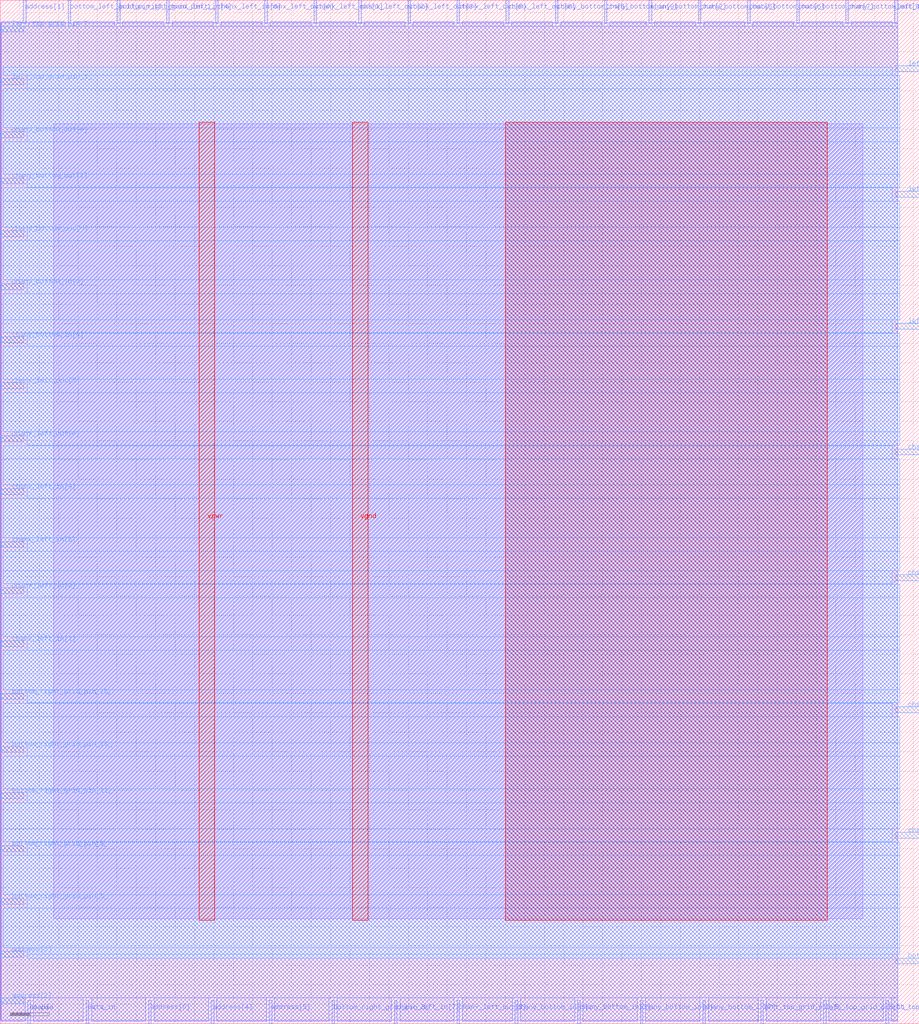
<source format=lef>
VERSION 5.7 ;
  NOWIREEXTENSIONATPIN ON ;
  DIVIDERCHAR "/" ;
  BUSBITCHARS "[]" ;
MACRO sb_3__3_
  CLASS BLOCK ;
  FOREIGN sb_3__3_ ;
  ORIGIN 0.000 0.000 ;
  SIZE 94.595 BY 105.315 ;
  PIN address[0]
    DIRECTION INPUT ;
    PORT
      LAYER met2 ;
        RECT 15.270 0.000 15.550 2.400 ;
    END
  END address[0]
  PIN address[1]
    DIRECTION INPUT ;
    PORT
      LAYER met2 ;
        RECT 2.390 102.915 2.670 105.315 ;
    END
  END address[1]
  PIN address[2]
    DIRECTION INPUT ;
    PORT
      LAYER met3 ;
        RECT 0.000 2.080 2.400 2.680 ;
    END
  END address[2]
  PIN address[3]
    DIRECTION INPUT ;
    PORT
      LAYER met3 ;
        RECT 0.000 6.840 2.400 7.440 ;
    END
  END address[3]
  PIN address[4]
    DIRECTION INPUT ;
    PORT
      LAYER met2 ;
        RECT 21.710 0.000 21.990 2.400 ;
    END
  END address[4]
  PIN address[5]
    DIRECTION INPUT ;
    PORT
      LAYER met2 ;
        RECT 27.690 0.000 27.970 2.400 ;
    END
  END address[5]
  PIN bottom_left_grid_pin_13_
    DIRECTION INPUT ;
    PORT
      LAYER met2 ;
        RECT 6.990 102.915 7.270 105.315 ;
    END
  END bottom_left_grid_pin_13_
  PIN bottom_right_grid_pin_11_
    DIRECTION INPUT ;
    PORT
      LAYER met3 ;
        RECT 0.000 23.160 2.400 23.760 ;
    END
  END bottom_right_grid_pin_11_
  PIN bottom_right_grid_pin_13_
    DIRECTION INPUT ;
    PORT
      LAYER met3 ;
        RECT 0.000 27.920 2.400 28.520 ;
    END
  END bottom_right_grid_pin_13_
  PIN bottom_right_grid_pin_15_
    DIRECTION INPUT ;
    PORT
      LAYER met3 ;
        RECT 0.000 33.360 2.400 33.960 ;
    END
  END bottom_right_grid_pin_15_
  PIN bottom_right_grid_pin_1_
    DIRECTION INPUT ;
    PORT
      LAYER met2 ;
        RECT 12.050 102.915 12.330 105.315 ;
    END
  END bottom_right_grid_pin_1_
  PIN bottom_right_grid_pin_3_
    DIRECTION INPUT ;
    PORT
      LAYER met2 ;
        RECT 34.130 0.000 34.410 2.400 ;
    END
  END bottom_right_grid_pin_3_
  PIN bottom_right_grid_pin_5_
    DIRECTION INPUT ;
    PORT
      LAYER met3 ;
        RECT 0.000 12.280 2.400 12.880 ;
    END
  END bottom_right_grid_pin_5_
  PIN bottom_right_grid_pin_7_
    DIRECTION INPUT ;
    PORT
      LAYER met3 ;
        RECT 92.195 6.160 94.595 6.760 ;
    END
  END bottom_right_grid_pin_7_
  PIN bottom_right_grid_pin_9_
    DIRECTION INPUT ;
    PORT
      LAYER met3 ;
        RECT 0.000 17.720 2.400 18.320 ;
    END
  END bottom_right_grid_pin_9_
  PIN chanx_left_in[0]
    DIRECTION INPUT ;
    PORT
      LAYER met3 ;
        RECT 92.195 19.080 94.595 19.680 ;
    END
  END chanx_left_in[0]
  PIN chanx_left_in[1]
    DIRECTION INPUT ;
    PORT
      LAYER met3 ;
        RECT 0.000 38.800 2.400 39.400 ;
    END
  END chanx_left_in[1]
  PIN chanx_left_in[2]
    DIRECTION INPUT ;
    PORT
      LAYER met3 ;
        RECT 0.000 44.240 2.400 44.840 ;
    END
  END chanx_left_in[2]
  PIN chanx_left_in[3]
    DIRECTION INPUT ;
    PORT
      LAYER met3 ;
        RECT 92.195 32.000 94.595 32.600 ;
    END
  END chanx_left_in[3]
  PIN chanx_left_in[4]
    DIRECTION INPUT ;
    PORT
      LAYER met2 ;
        RECT 17.110 102.915 17.390 105.315 ;
    END
  END chanx_left_in[4]
  PIN chanx_left_in[5]
    DIRECTION INPUT ;
    PORT
      LAYER met3 ;
        RECT 0.000 49.000 2.400 49.600 ;
    END
  END chanx_left_in[5]
  PIN chanx_left_in[6]
    DIRECTION INPUT ;
    PORT
      LAYER met2 ;
        RECT 22.170 102.915 22.450 105.315 ;
    END
  END chanx_left_in[6]
  PIN chanx_left_in[7]
    DIRECTION INPUT ;
    PORT
      LAYER met2 ;
        RECT 40.570 0.000 40.850 2.400 ;
    END
  END chanx_left_in[7]
  PIN chanx_left_in[8]
    DIRECTION INPUT ;
    PORT
      LAYER met3 ;
        RECT 0.000 54.440 2.400 55.040 ;
    END
  END chanx_left_in[8]
  PIN chanx_left_out[0]
    DIRECTION OUTPUT TRISTATE ;
    PORT
      LAYER met2 ;
        RECT 27.230 102.915 27.510 105.315 ;
    END
  END chanx_left_out[0]
  PIN chanx_left_out[1]
    DIRECTION OUTPUT TRISTATE ;
    PORT
      LAYER met2 ;
        RECT 32.290 102.915 32.570 105.315 ;
    END
  END chanx_left_out[1]
  PIN chanx_left_out[2]
    DIRECTION OUTPUT TRISTATE ;
    PORT
      LAYER met2 ;
        RECT 36.890 102.915 37.170 105.315 ;
    END
  END chanx_left_out[2]
  PIN chanx_left_out[3]
    DIRECTION OUTPUT TRISTATE ;
    PORT
      LAYER met2 ;
        RECT 41.950 102.915 42.230 105.315 ;
    END
  END chanx_left_out[3]
  PIN chanx_left_out[4]
    DIRECTION OUTPUT TRISTATE ;
    PORT
      LAYER met3 ;
        RECT 0.000 59.880 2.400 60.480 ;
    END
  END chanx_left_out[4]
  PIN chanx_left_out[5]
    DIRECTION OUTPUT TRISTATE ;
    PORT
      LAYER met2 ;
        RECT 47.010 102.915 47.290 105.315 ;
    END
  END chanx_left_out[5]
  PIN chanx_left_out[6]
    DIRECTION OUTPUT TRISTATE ;
    PORT
      LAYER met2 ;
        RECT 52.070 102.915 52.350 105.315 ;
    END
  END chanx_left_out[6]
  PIN chanx_left_out[7]
    DIRECTION OUTPUT TRISTATE ;
    PORT
      LAYER met3 ;
        RECT 0.000 65.320 2.400 65.920 ;
    END
  END chanx_left_out[7]
  PIN chanx_left_out[8]
    DIRECTION OUTPUT TRISTATE ;
    PORT
      LAYER met2 ;
        RECT 47.010 0.000 47.290 2.400 ;
    END
  END chanx_left_out[8]
  PIN chany_bottom_in[0]
    DIRECTION INPUT ;
    PORT
      LAYER met3 ;
        RECT 0.000 70.080 2.400 70.680 ;
    END
  END chany_bottom_in[0]
  PIN chany_bottom_in[1]
    DIRECTION INPUT ;
    PORT
      LAYER met2 ;
        RECT 52.990 0.000 53.270 2.400 ;
    END
  END chany_bottom_in[1]
  PIN chany_bottom_in[2]
    DIRECTION INPUT ;
    PORT
      LAYER met2 ;
        RECT 59.430 0.000 59.710 2.400 ;
    END
  END chany_bottom_in[2]
  PIN chany_bottom_in[3]
    DIRECTION INPUT ;
    PORT
      LAYER met3 ;
        RECT 0.000 75.520 2.400 76.120 ;
    END
  END chany_bottom_in[3]
  PIN chany_bottom_in[4]
    DIRECTION INPUT ;
    PORT
      LAYER met2 ;
        RECT 65.870 0.000 66.150 2.400 ;
    END
  END chany_bottom_in[4]
  PIN chany_bottom_in[5]
    DIRECTION INPUT ;
    PORT
      LAYER met2 ;
        RECT 57.130 102.915 57.410 105.315 ;
    END
  END chany_bottom_in[5]
  PIN chany_bottom_in[6]
    DIRECTION INPUT ;
    PORT
      LAYER met3 ;
        RECT 92.195 45.600 94.595 46.200 ;
    END
  END chany_bottom_in[6]
  PIN chany_bottom_in[7]
    DIRECTION INPUT ;
    PORT
      LAYER met2 ;
        RECT 72.310 0.000 72.590 2.400 ;
    END
  END chany_bottom_in[7]
  PIN chany_bottom_in[8]
    DIRECTION INPUT ;
    PORT
      LAYER met2 ;
        RECT 62.190 102.915 62.470 105.315 ;
    END
  END chany_bottom_in[8]
  PIN chany_bottom_out[0]
    DIRECTION OUTPUT TRISTATE ;
    PORT
      LAYER met3 ;
        RECT 0.000 80.960 2.400 81.560 ;
    END
  END chany_bottom_out[0]
  PIN chany_bottom_out[1]
    DIRECTION OUTPUT TRISTATE ;
    PORT
      LAYER met3 ;
        RECT 0.000 86.400 2.400 87.000 ;
    END
  END chany_bottom_out[1]
  PIN chany_bottom_out[2]
    DIRECTION OUTPUT TRISTATE ;
    PORT
      LAYER met2 ;
        RECT 66.790 102.915 67.070 105.315 ;
    END
  END chany_bottom_out[2]
  PIN chany_bottom_out[3]
    DIRECTION OUTPUT TRISTATE ;
    PORT
      LAYER met3 ;
        RECT 92.195 58.520 94.595 59.120 ;
    END
  END chany_bottom_out[3]
  PIN chany_bottom_out[4]
    DIRECTION OUTPUT TRISTATE ;
    PORT
      LAYER met3 ;
        RECT 0.000 91.160 2.400 91.760 ;
    END
  END chany_bottom_out[4]
  PIN chany_bottom_out[5]
    DIRECTION OUTPUT TRISTATE ;
    PORT
      LAYER met2 ;
        RECT 71.850 102.915 72.130 105.315 ;
    END
  END chany_bottom_out[5]
  PIN chany_bottom_out[6]
    DIRECTION OUTPUT TRISTATE ;
    PORT
      LAYER met2 ;
        RECT 76.910 102.915 77.190 105.315 ;
    END
  END chany_bottom_out[6]
  PIN chany_bottom_out[7]
    DIRECTION OUTPUT TRISTATE ;
    PORT
      LAYER met2 ;
        RECT 81.970 102.915 82.250 105.315 ;
    END
  END chany_bottom_out[7]
  PIN chany_bottom_out[8]
    DIRECTION OUTPUT TRISTATE ;
    PORT
      LAYER met2 ;
        RECT 87.030 102.915 87.310 105.315 ;
    END
  END chany_bottom_out[8]
  PIN data_in
    DIRECTION INPUT ;
    PORT
      LAYER met2 ;
        RECT 8.830 0.000 9.110 2.400 ;
    END
  END data_in
  PIN enable
    DIRECTION INPUT ;
    PORT
      LAYER met2 ;
        RECT 2.850 0.000 3.130 2.400 ;
    END
  END enable
  PIN left_bottom_grid_pin_12_
    DIRECTION INPUT ;
    PORT
      LAYER met3 ;
        RECT 92.195 71.440 94.595 72.040 ;
    END
  END left_bottom_grid_pin_12_
  PIN left_top_grid_pin_11_
    DIRECTION INPUT ;
    PORT
      LAYER met2 ;
        RECT 84.730 0.000 85.010 2.400 ;
    END
  END left_top_grid_pin_11_
  PIN left_top_grid_pin_13_
    DIRECTION INPUT ;
    PORT
      LAYER met2 ;
        RECT 92.090 102.915 92.370 105.315 ;
    END
  END left_top_grid_pin_13_
  PIN left_top_grid_pin_15_
    DIRECTION INPUT ;
    PORT
      LAYER met2 ;
        RECT 91.170 0.000 91.450 2.400 ;
    END
  END left_top_grid_pin_15_
  PIN left_top_grid_pin_1_
    DIRECTION INPUT ;
    PORT
      LAYER met3 ;
        RECT 0.000 96.600 2.400 97.200 ;
    END
  END left_top_grid_pin_1_
  PIN left_top_grid_pin_3_
    DIRECTION INPUT ;
    PORT
      LAYER met3 ;
        RECT 92.195 85.040 94.595 85.640 ;
    END
  END left_top_grid_pin_3_
  PIN left_top_grid_pin_5_
    DIRECTION INPUT ;
    PORT
      LAYER met2 ;
        RECT 78.290 0.000 78.570 2.400 ;
    END
  END left_top_grid_pin_5_
  PIN left_top_grid_pin_7_
    DIRECTION INPUT ;
    PORT
      LAYER met3 ;
        RECT 0.000 102.040 2.400 102.640 ;
    END
  END left_top_grid_pin_7_
  PIN left_top_grid_pin_9_
    DIRECTION INPUT ;
    PORT
      LAYER met3 ;
        RECT 92.195 97.960 94.595 98.560 ;
    END
  END left_top_grid_pin_9_
  PIN vpwr
    DIRECTION INPUT ;
    PORT
      LAYER met4 ;
        RECT 20.485 10.640 22.085 92.720 ;
    END
  END vpwr
  PIN vgnd
    DIRECTION INPUT ;
    PORT
      LAYER met4 ;
        RECT 36.250 10.640 37.850 92.720 ;
    END
  END vgnd
  OBS
      LAYER li1 ;
        RECT 5.520 10.795 88.780 92.565 ;
      LAYER met1 ;
        RECT 0.070 0.380 92.390 102.980 ;
      LAYER met2 ;
        RECT 0.090 102.635 2.110 103.090 ;
        RECT 2.950 102.635 6.710 103.090 ;
        RECT 7.550 102.635 11.770 103.090 ;
        RECT 12.610 102.635 16.830 103.090 ;
        RECT 17.670 102.635 21.890 103.090 ;
        RECT 22.730 102.635 26.950 103.090 ;
        RECT 27.790 102.635 32.010 103.090 ;
        RECT 32.850 102.635 36.610 103.090 ;
        RECT 37.450 102.635 41.670 103.090 ;
        RECT 42.510 102.635 46.730 103.090 ;
        RECT 47.570 102.635 51.790 103.090 ;
        RECT 52.630 102.635 56.850 103.090 ;
        RECT 57.690 102.635 61.910 103.090 ;
        RECT 62.750 102.635 66.510 103.090 ;
        RECT 67.350 102.635 71.570 103.090 ;
        RECT 72.410 102.635 76.630 103.090 ;
        RECT 77.470 102.635 81.690 103.090 ;
        RECT 82.530 102.635 86.750 103.090 ;
        RECT 87.590 102.635 91.810 103.090 ;
        RECT 0.090 2.680 92.370 102.635 ;
        RECT 0.090 0.270 2.570 2.680 ;
        RECT 3.410 0.270 8.550 2.680 ;
        RECT 9.390 0.270 14.990 2.680 ;
        RECT 15.830 0.270 21.430 2.680 ;
        RECT 22.270 0.270 27.410 2.680 ;
        RECT 28.250 0.270 33.850 2.680 ;
        RECT 34.690 0.270 40.290 2.680 ;
        RECT 41.130 0.270 46.730 2.680 ;
        RECT 47.570 0.270 52.710 2.680 ;
        RECT 53.550 0.270 59.150 2.680 ;
        RECT 59.990 0.270 65.590 2.680 ;
        RECT 66.430 0.270 72.030 2.680 ;
        RECT 72.870 0.270 78.010 2.680 ;
        RECT 78.850 0.270 84.450 2.680 ;
        RECT 85.290 0.270 90.890 2.680 ;
        RECT 91.730 0.270 92.370 2.680 ;
      LAYER met3 ;
        RECT 0.310 97.600 91.795 98.425 ;
        RECT 2.800 97.560 91.795 97.600 ;
        RECT 2.800 96.200 92.610 97.560 ;
        RECT 0.310 92.160 92.610 96.200 ;
        RECT 2.800 90.760 92.610 92.160 ;
        RECT 0.310 87.400 92.610 90.760 ;
        RECT 2.800 86.040 92.610 87.400 ;
        RECT 2.800 86.000 91.795 86.040 ;
        RECT 0.310 84.640 91.795 86.000 ;
        RECT 0.310 81.960 92.610 84.640 ;
        RECT 2.800 80.560 92.610 81.960 ;
        RECT 0.310 76.520 92.610 80.560 ;
        RECT 2.800 75.120 92.610 76.520 ;
        RECT 0.310 72.440 92.610 75.120 ;
        RECT 0.310 71.080 91.795 72.440 ;
        RECT 2.800 71.040 91.795 71.080 ;
        RECT 2.800 69.680 92.610 71.040 ;
        RECT 0.310 66.320 92.610 69.680 ;
        RECT 2.800 64.920 92.610 66.320 ;
        RECT 0.310 60.880 92.610 64.920 ;
        RECT 2.800 59.520 92.610 60.880 ;
        RECT 2.800 59.480 91.795 59.520 ;
        RECT 0.310 58.120 91.795 59.480 ;
        RECT 0.310 55.440 92.610 58.120 ;
        RECT 2.800 54.040 92.610 55.440 ;
        RECT 0.310 50.000 92.610 54.040 ;
        RECT 2.800 48.600 92.610 50.000 ;
        RECT 0.310 46.600 92.610 48.600 ;
        RECT 0.310 45.240 91.795 46.600 ;
        RECT 2.800 45.200 91.795 45.240 ;
        RECT 2.800 43.840 92.610 45.200 ;
        RECT 0.310 39.800 92.610 43.840 ;
        RECT 2.800 38.400 92.610 39.800 ;
        RECT 0.310 34.360 92.610 38.400 ;
        RECT 2.800 33.000 92.610 34.360 ;
        RECT 2.800 32.960 91.795 33.000 ;
        RECT 0.310 31.600 91.795 32.960 ;
        RECT 0.310 28.920 92.610 31.600 ;
        RECT 2.800 27.520 92.610 28.920 ;
        RECT 0.310 24.160 92.610 27.520 ;
        RECT 2.800 22.760 92.610 24.160 ;
        RECT 0.310 20.080 92.610 22.760 ;
        RECT 0.310 18.720 91.795 20.080 ;
        RECT 2.800 18.680 91.795 18.720 ;
        RECT 2.800 17.320 92.610 18.680 ;
        RECT 0.310 13.280 92.610 17.320 ;
        RECT 2.800 11.880 92.610 13.280 ;
        RECT 0.310 7.840 92.610 11.880 ;
        RECT 2.800 7.160 92.610 7.840 ;
        RECT 2.800 6.760 91.795 7.160 ;
      LAYER met4 ;
        RECT 52.015 10.640 85.150 92.720 ;
  END
END sb_3__3_
END LIBRARY


</source>
